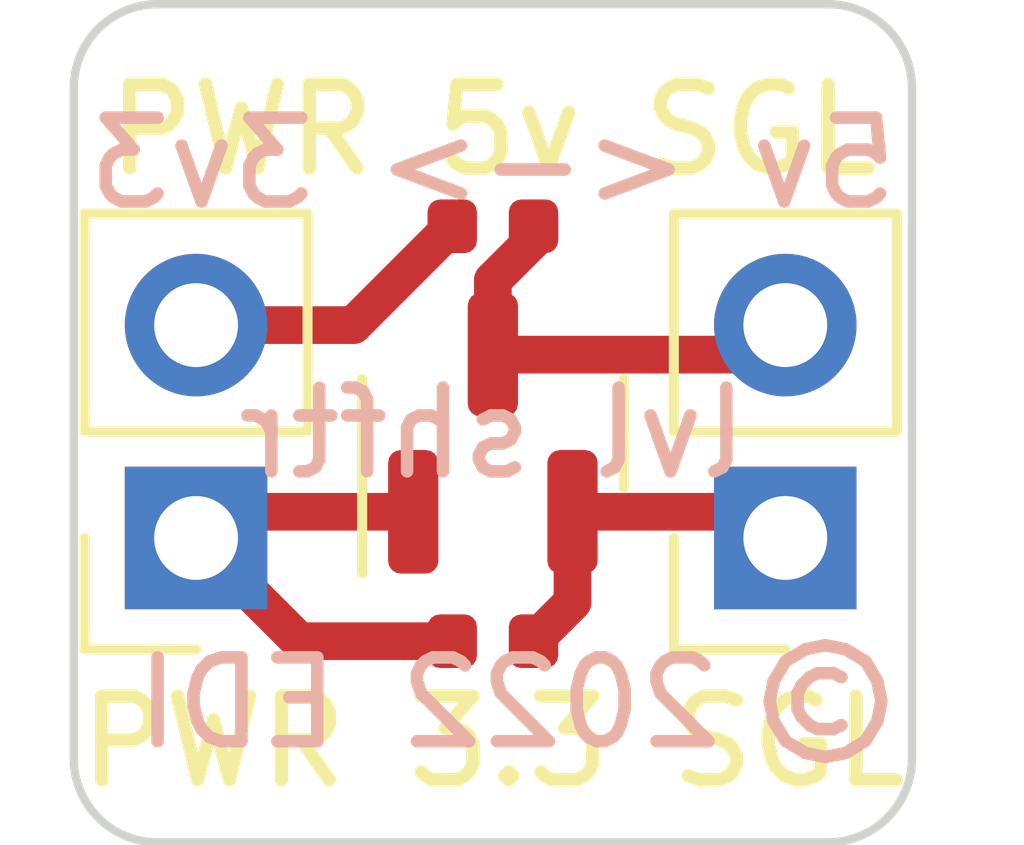
<source format=kicad_pcb>
(kicad_pcb (version 20211014) (generator pcbnew)
  (layers (0 "F.Cu" signal) (31 "B.Cu" signal) (34 "B.Paste" user) (35 "F.Paste" user) (36 "B.SilkS" user "B.Silkscreen") (37 "F.SilkS" user "F.Silkscreen") (38 "B.Mask" user) (39 "F.Mask" user) (44 "Edge.Cuts" user))
  (net 0 "")
  (net 1 "Net-(Q0-Pad2)")
  (net 2 "Net-(Q0-Pad3)")
  (net 3 "+3V3")
  (net 4 "+5V")
  (footprint "EDI:Passive_0402_1005Metric" (layer "F.Cu") (at 142 58.65)
    (fp_text reference "R1" hide)
    (fp_text value "10K")
    (pad "1" smd roundrect (at -0.485 0) (size 0.59 0.64) (layers "F.Cu" "F.Paste" "F.Mask") (net 4 "+5V"))
    (pad "2" smd roundrect (at 0.485 0) (size 0.59 0.64) (layers "F.Cu" "F.Paste" "F.Mask") (net 2 "Net-(Q0-Pad3)"))
  )
  (footprint "EDI:Passive_0402_1005Metric" (layer "F.Cu") (at 142 63.6)
    (fp_text reference "R0" hide)
    (fp_text value "10K")
    (pad "1" smd roundrect (at -0.485 0) (size 0.59 0.64) (layers "F.Cu" "F.Paste" "F.Mask") (net 3 "+3V3"))
    (pad "2" smd roundrect (at 0.485 0) (size 0.59 0.64) (layers "F.Cu" "F.Paste" "F.Mask") (net 1 "Net-(Q0-Pad2)"))
  )
  (footprint "Connector_PinSocket_2.54mm:PinSocket_1x02_P2.54mm_Vertical" (layer "F.Cu") (at 138.45875 62.36875 180)
    (fp_text reference "J1" hide)
    (fp_text value "Power")
    (fp_line (start 1.33 1.27) (end 1.33 3.87) (layer "F.SilkS") (width 0.12))
    (fp_line (start -1.33 3.87) (end 1.33 3.87) (layer "F.SilkS") (width 0.12))
    (fp_line (start -1.33 1.27) (end 1.33 1.27) (layer "F.SilkS") (width 0.12))
    (fp_line (start 1.33 -1.33) (end 1.33 0) (layer "F.SilkS") (width 0.12))
    (fp_line (start -1.33 1.27) (end -1.33 3.87) (layer "F.SilkS") (width 0.12))
    (fp_line (start 0 -1.33) (end 1.33 -1.33) (layer "F.SilkS") (width 0.12))
    (pad "1" thru_hole rect locked (at 0 0 180) (size 1.7 1.7) (drill 1) (layers *.Cu *.Mask) (net 3 "+3V3"))
    (pad "2" thru_hole oval locked (at 0 2.54 180) (size 1.7 1.7) (drill 1) (layers *.Cu *.Mask) (net 4 "+5V"))
  )
  (footprint "Package_TO_SOT_SMD:SOT-23" (layer "F.Cu") (at 142 61.11875 90)
    (fp_text reference "Q0" hide)
    (fp_text value "BSS138")
    (fp_line (start 0 -1.56) (end -1.675 -1.56) (layer "F.SilkS") (width 0.12))
    (fp_line (start 0 -1.56) (end 0.65 -1.56) (layer "F.SilkS") (width 0.12))
    (fp_line (start 0 1.56) (end -0.65 1.56) (layer "F.SilkS") (width 0.12))
    (fp_line (start 0 1.56) (end 0.65 1.56) (layer "F.SilkS") (width 0.12))
    (pad "1" smd roundrect locked (at -0.9375 -0.95 90) (size 1.475 0.6) (layers "F.Cu" "F.Paste" "F.Mask") (net 3 "+3V3"))
    (pad "2" smd roundrect locked (at -0.9375 0.95 90) (size 1.475 0.6) (layers "F.Cu" "F.Paste" "F.Mask") (net 1 "Net-(Q0-Pad2)"))
    (pad "3" smd roundrect locked (at 0.9375 0 90) (size 1.475 0.6) (layers "F.Cu" "F.Paste" "F.Mask") (net 2 "Net-(Q0-Pad3)"))
  )
  (footprint "Connector_PinSocket_2.54mm:PinSocket_1x02_P2.54mm_Vertical" (layer "F.Cu") (at 145.48875 62.36875 180)
    (fp_text reference "J0" hide)
    (fp_text value "Signals")
    (fp_line (start 1.33 -1.33) (end 1.33 0) (layer "F.SilkS") (width 0.12))
    (fp_line (start 1.33 1.27) (end 1.33 3.87) (layer "F.SilkS") (width 0.12))
    (fp_line (start -1.33 1.27) (end 1.33 1.27) (layer "F.SilkS") (width 0.12))
    (fp_line (start -1.33 1.27) (end -1.33 3.87) (layer "F.SilkS") (width 0.12))
    (fp_line (start -1.33 3.87) (end 1.33 3.87) (layer "F.SilkS") (width 0.12))
    (fp_line (start 0 -1.33) (end 1.33 -1.33) (layer "F.SilkS") (width 0.12))
    (pad "1" thru_hole rect locked (at 0 0 180) (size 1.7 1.7) (drill 1) (layers *.Cu *.Mask) (net 1 "Net-(Q0-Pad2)"))
    (pad "2" thru_hole oval locked (at 0 2.54 180) (size 1.7 1.7) (drill 1) (layers *.Cu *.Mask) (net 2 "Net-(Q0-Pad3)"))
  )
  (gr_arc (start 147 65) (mid 146.707107 65.707107) (end 146 66) (layer "Edge.Cuts") (width 0.1))
  (gr_line (start 147 65) (end 147 57) (layer "Edge.Cuts") (width 0.1))
  (gr_line (start 146 56) (end 138 56) (layer "Edge.Cuts") (width 0.1))
  (gr_line (start 137 57) (end 137 65) (layer "Edge.Cuts") (width 0.1))
  (gr_arc (start 137 57) (mid 137.292893 56.292893) (end 138 56) (layer "Edge.Cuts") (width 0.1))
  (gr_arc (start 138 66) (mid 137.292893 65.707107) (end 137 65) (layer "Edge.Cuts") (width 0.1))
  (gr_arc (start 146 56) (mid 146.707107 56.292893) (end 147 57) (layer "Edge.Cuts") (width 0.1))
  (gr_line (start 138 66) (end 146 66) (layer "Edge.Cuts") (width 0.1))
  (gr_text "5v <-> 3v3\n\nlvl shftr\n\n  2022 EDI" (at 142 61.11875) (layer "B.SilkS") (effects (font (size 1 1)) (justify mirror)))
  (gr_text "©" (at 145.96875 64.29375 180) (layer "B.SilkS") (effects (font (size 1 1)) (justify mirror)))
  (gr_text "PWR 3.3 SGL" (at 142 64.8) (layer "F.SilkS") (effects (font (size 1 1) (thickness 0.16))))
  (gr_text "PWR 5v SGL" (at 142 57.5) (layer "F.SilkS") (effects (font (size 1 1) (thickness 0.16))))
  (segment (start 145.17625 62.05625) (end 145.48875 62.36875) (width 0.45) (layer "F.Cu") (net 1))
  (segment (start 142.95 62.05625) (end 145.17625 62.05625) (width 0.45) (layer "F.Cu") (net 1))
  (segment (start 142.95 63.135) (end 142.485 63.6) (width 0.45) (layer "F.Cu") (net 1))
  (segment (start 142.95 62.05625) (end 142.95 63.135) (width 0.45) (layer "F.Cu") (net 1))
  (segment (start 145.13625 60.18125) (end 145.48875 59.82875) (width 0.45) (layer "F.Cu") (net 2))
  (segment (start 142 60.18125) (end 142 59.293958) (width 0.45) (layer "F.Cu") (net 2))
  (segment (start 142 59.293958) (end 142.485 58.808958) (width 0.45) (layer "F.Cu") (net 2))
  (segment (start 142.485 58.808958) (end 142.485 58.65) (width 0.45) (layer "F.Cu") (net 2))
  (segment (start 142 60.18125) (end 145.13625 60.18125) (width 0.45) (layer "F.Cu") (net 2))
  (segment (start 141.515 63.6) (end 139.69 63.6) (width 0.45) (layer "F.Cu") (net 3))
  (segment (start 141.05 62.05625) (end 138.77125 62.05625) (width 0.45) (layer "F.Cu") (net 3))
  (segment (start 139.69 63.6) (end 138.45875 62.36875) (width 0.45) (layer "F.Cu") (net 3))
  (segment (start 138.77125 62.05625) (end 138.45875 62.36875) (width 0.45) (layer "F.Cu") (net 3))
  (segment (start 140.33625 59.82875) (end 141.515 58.65) (width 0.45) (layer "F.Cu") (net 4))
  (segment (start 138.45875 59.82875) (end 140.33625 59.82875) (width 0.45) (layer "F.Cu") (net 4))
)
</source>
